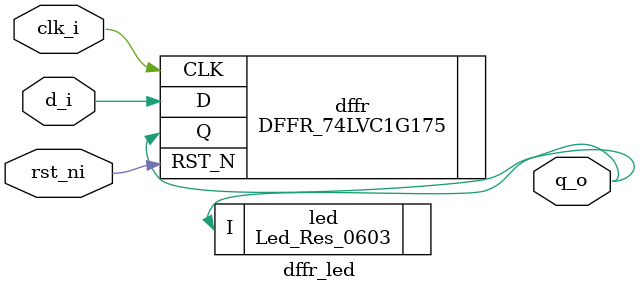
<source format=v>

module dffr_led (
  `ifdef PWR_PINS
  input  VDD,
  input  GND,
  `endif
  input  clk_i,
  input  rst_ni,
  input  d_i,
  output q_o
);
  DFFR_74LVC1G175 dffr (
  `ifdef PWR_PINS
    .VDD ( VDD ),
    .GND ( GND ),
  `endif
    .CLK   ( clk_i  ),
    .D     ( d_i    ),
    .RST_N ( rst_ni ),
    .Q     ( q_o    )
  );

  Led_Res_0603 led (
  `ifdef PWR_PINS
    .GND ( GND ),
  `endif
    .I   ( q_o )
  );
endmodule

</source>
